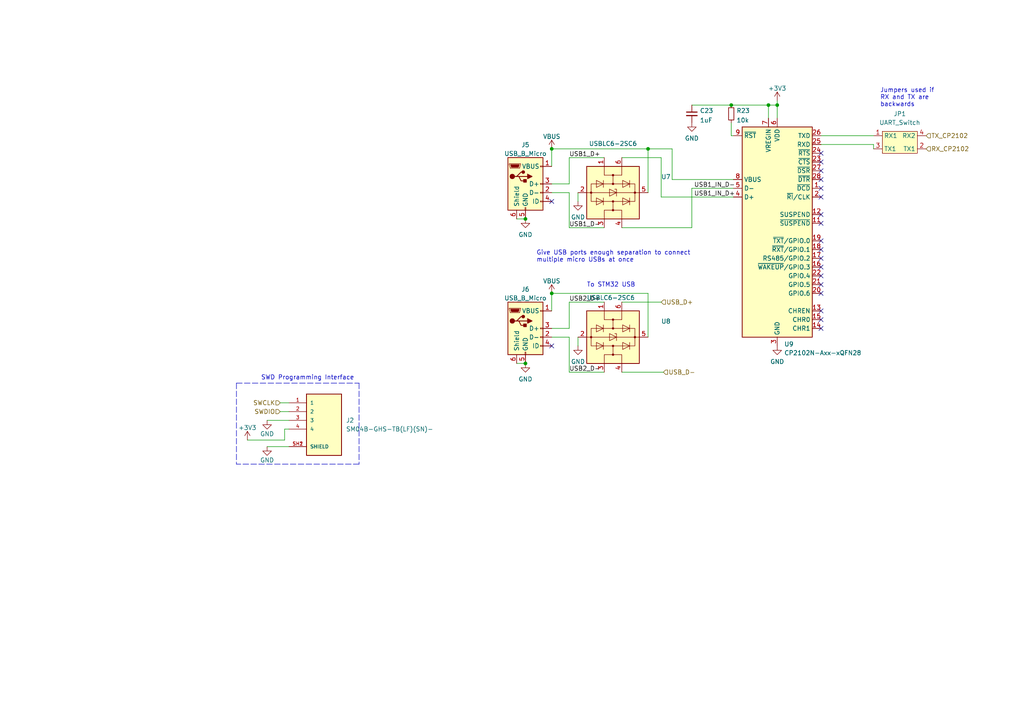
<source format=kicad_sch>
(kicad_sch (version 20211123) (generator eeschema)
  (paper "A4")
  (lib_symbols
    (symbol "Connector:USB_B_Micro" (pin_names (offset 1.016))
      (property "Reference" "J5" (at 0 11.3198 0))
      (property "Value" "USB_B_Micro" (at 0 8.7829 0))
      (symbol "USB_B_Micro_0_1"
        (rectangle (start -5.08 -7.62) (end 5.08 7.62) (stroke (width 0.254)) (fill (type background)))
        (circle (center -3.81 2.159) (radius 0.635) (stroke (width 0.254)) (fill (type outline)))
        (circle (center -0.635 3.429) (radius 0.381) (stroke (width 0.254)) (fill (type outline)))
        (rectangle (start -0.127 -7.62) (end 0.127 -6.858))
        (polyline (pts (xy -1.905 2.159) (xy 0.635 2.159)) (stroke (width 0.254)))
        (polyline (pts (xy -3.175 2.159) (xy -2.54 2.159) (xy -1.27 3.429) (xy -0.635 3.429)) (stroke (width 0.254)))
        (polyline (pts (xy -2.54 2.159) (xy -1.905 2.159) (xy -1.27 0.889) (xy 0 0.889)) (stroke (width 0.254)))
        (polyline (pts (xy 0.635 2.794) (xy 0.635 1.524) (xy 1.905 2.159) (xy 0.635 2.794)) (stroke (width 0.254)) (fill (type outline)))
        (polyline (pts (xy -4.318 5.588) (xy -1.778 5.588) (xy -2.032 4.826) (xy -4.064 4.826) (xy -4.318 5.588)) (fill (type outline)))
        (polyline (pts (xy -4.699 5.842) (xy -4.699 5.588) (xy -4.445 4.826) (xy -4.445 4.572) (xy -1.651 4.572) (xy -1.651 4.826) (xy -1.397 5.588) (xy -1.397 5.842) (xy -4.699 5.842)))
        (rectangle (start 0.254 1.27) (end -0.508 0.508) (stroke (width 0.254)) (fill (type outline)))
        (rectangle (start 5.08 -5.207) (end 4.318 -4.953))
        (rectangle (start 5.08 -2.667) (end 4.318 -2.413))
        (rectangle (start 5.08 -0.127) (end 4.318 0.127))
        (rectangle (start 5.08 4.953) (end 4.318 5.207))
      )
      (symbol "USB_B_Micro_1_1"
        (pin power_out line (at 7.62 5.08 180) (length 2.54) (name "VBUS") (number "1"))
        (pin bidirectional line (at 7.62 -2.54 180) (length 2.54) (name "D-") (number "2"))
        (pin bidirectional line (at 7.62 0 180) (length 2.54) (name "D+") (number "3"))
        (pin passive line (at 7.62 -5.08 180) (length 2.54) (name "ID") (number "4"))
        (pin passive line (at 0 -10.16 90) (length 2.54) (name "GND") (number "5"))
        (pin passive line (at -2.54 -10.16 90) (length 2.54) (name "Shield") (number "6"))
      )
    )
    (symbol "Device:C_Small" (pin_numbers hide) (pin_names (offset 0.254) hide)
      (property "Reference" "C" (at 0.254 1.778 0))
      (property "Value" "C_Small" (at 0.254 -2.032 0))
      (symbol "C_Small_0_1"
        (polyline (pts (xy -1.524 -0.508) (xy 1.524 -0.508)) (stroke (width 0.3302)))
        (polyline (pts (xy -1.524 0.508) (xy 1.524 0.508)) (stroke (width 0.3048)))
      )
      (symbol "C_Small_1_1"
        (pin passive line (at 0 2.54 270) (length 2.032) (name "~") (number "1"))
        (pin passive line (at 0 -2.54 90) (length 2.032) (name "~") (number "2"))
      )
    )
    (symbol "Device:R_Small" (pin_numbers hide) (pin_names (offset 0.254) hide)
      (property "Reference" "R" (at 0.762 0.508 0))
      (property "Value" "R_Small" (at 0.762 -1.016 0))
      (symbol "R_Small_0_1"
        (rectangle (start -0.762 1.778) (end 0.762 -1.778) (stroke (width 0.2032)))
      )
      (symbol "R_Small_1_1"
        (pin passive line (at 0 2.54 270) (length 0.762) (name "~") (number "1"))
        (pin passive line (at 0 -2.54 90) (length 0.762) (name "~") (number "2"))
      )
    )
    (symbol "Interface_USB:CP2102N-Axx-xQFN28"
      (property "Reference" "U" (at -8.89 31.75 0))
      (property "Value" "CP2102N-Axx-xQFN28" (at 12.7 31.75 0))
      (symbol "CP2102N-Axx-xQFN28_0_1"
        (rectangle (start -10.16 30.48) (end 10.16 -30.48) (stroke (width 0.254)) (fill (type background)))
      )
      (symbol "CP2102N-Axx-xQFN28_1_1"
        (pin input line (at 12.7 12.7 180) (length 2.54) (name "~{DCD}") (number "1"))
        (pin no_connect line (at -10.16 -27.94 0) (length 2.54) hide (name "NC") (number "10"))
        (pin output line (at 12.7 2.54 180) (length 2.54) (name "~{SUSPEND}") (number "11"))
        (pin output line (at 12.7 5.08 180) (length 2.54) (name "SUSPEND") (number "12"))
        (pin output line (at 12.7 -22.86 180) (length 2.54) (name "CHREN") (number "13"))
        (pin output line (at 12.7 -27.94 180) (length 2.54) (name "CHR1") (number "14"))
        (pin output line (at 12.7 -25.4 180) (length 2.54) (name "CHR0") (number "15"))
        (pin bidirectional line (at 12.7 -10.16 180) (length 2.54) (name "~{WAKEUP}/GPIO.3") (number "16"))
        (pin bidirectional line (at 12.7 -7.62 180) (length 2.54) (name "RS485/GPIO.2") (number "17"))
        (pin bidirectional line (at 12.7 -5.08 180) (length 2.54) (name "~{RXT}/GPIO.1") (number "18"))
        (pin bidirectional line (at 12.7 -2.54 180) (length 2.54) (name "~{TXT}/GPIO.0") (number "19"))
        (pin bidirectional line (at 12.7 10.16 180) (length 2.54) (name "~{RI}/CLK") (number "2"))
        (pin bidirectional line (at 12.7 -17.78 180) (length 2.54) (name "GPIO.6") (number "20"))
        (pin bidirectional line (at 12.7 -15.24 180) (length 2.54) (name "GPIO.5") (number "21"))
        (pin bidirectional line (at 12.7 -12.7 180) (length 2.54) (name "GPIO.4") (number "22"))
        (pin input line (at 12.7 20.32 180) (length 2.54) (name "~{CTS}") (number "23"))
        (pin output line (at 12.7 22.86 180) (length 2.54) (name "~{RTS}") (number "24"))
        (pin input line (at 12.7 25.4 180) (length 2.54) (name "RXD") (number "25"))
        (pin output line (at 12.7 27.94 180) (length 2.54) (name "TXD") (number "26"))
        (pin input line (at 12.7 17.78 180) (length 2.54) (name "~{DSR}") (number "27"))
        (pin output line (at 12.7 15.24 180) (length 2.54) (name "~{DTR}") (number "28"))
        (pin passive line (at 0 -33.02 90) (length 2.54) hide (name "GND") (number "29"))
        (pin power_in line (at 0 -33.02 90) (length 2.54) (name "GND") (number "3"))
        (pin bidirectional line (at -12.7 10.16 0) (length 2.54) (name "D+") (number "4"))
        (pin bidirectional line (at -12.7 12.7 0) (length 2.54) (name "D-") (number "5"))
        (pin power_in line (at 0 33.02 270) (length 2.54) (name "VDD") (number "6"))
        (pin power_in line (at -2.54 33.02 270) (length 2.54) (name "VREGIN") (number "7"))
        (pin input line (at -12.7 15.24 0) (length 2.54) (name "VBUS") (number "8"))
        (pin input line (at -12.7 27.94 0) (length 2.54) (name "~{RST}") (number "9"))
      )
    )
    (symbol "Power_Protection:USBLC6-2SC6" (pin_names hide)
      (property "Reference" "U" (at 2.54 8.89 0))
      (property "Value" "USBLC6-2SC6" (at 2.54 -8.89 0))
      (symbol "USBLC6-2SC6_0_1"
        (rectangle (start -7.62 -7.62) (end 7.62 7.62) (stroke (width 0.254)) (fill (type background)))
        (circle (center -5.08 0) (radius 0.254) (fill (type outline)))
        (circle (center -2.54 0) (radius 0.254) (fill (type outline)))
        (rectangle (start -2.54 6.35) (end 2.54 -6.35))
        (circle (center 0 -6.35) (radius 0.254) (fill (type outline)))
        (polyline (pts (xy -5.08 -2.54) (xy -7.62 -2.54)))
        (polyline (pts (xy -5.08 0) (xy -5.08 -2.54)))
        (polyline (pts (xy -5.08 2.54) (xy -7.62 2.54)))
        (polyline (pts (xy -1.524 -2.794) (xy -3.556 -2.794)))
        (polyline (pts (xy -1.524 4.826) (xy -3.556 4.826)))
        (polyline (pts (xy 0 -7.62) (xy 0 -6.35)))
        (polyline (pts (xy 0 -6.35) (xy 0 1.27)))
        (polyline (pts (xy 0 1.27) (xy 0 6.35)))
        (polyline (pts (xy 0 6.35) (xy 0 7.62)))
        (polyline (pts (xy 1.524 -2.794) (xy 3.556 -2.794)))
        (polyline (pts (xy 1.524 4.826) (xy 3.556 4.826)))
        (polyline (pts (xy 5.08 -2.54) (xy 7.62 -2.54)))
        (polyline (pts (xy 5.08 0) (xy 5.08 -2.54)))
        (polyline (pts (xy 5.08 2.54) (xy 7.62 2.54)))
        (polyline (pts (xy -2.54 0) (xy -5.08 0) (xy -5.08 2.54)))
        (polyline (pts (xy 2.54 0) (xy 5.08 0) (xy 5.08 2.54)))
        (polyline (pts (xy -3.556 -4.826) (xy -1.524 -4.826) (xy -2.54 -2.794) (xy -3.556 -4.826)))
        (polyline (pts (xy -3.556 2.794) (xy -1.524 2.794) (xy -2.54 4.826) (xy -3.556 2.794)))
        (polyline (pts (xy -1.016 -1.016) (xy 1.016 -1.016) (xy 0 1.016) (xy -1.016 -1.016)))
        (polyline (pts (xy 1.016 1.016) (xy 0.762 1.016) (xy -1.016 1.016) (xy -1.016 0.508)))
        (polyline (pts (xy 3.556 -4.826) (xy 1.524 -4.826) (xy 2.54 -2.794) (xy 3.556 -4.826)))
        (polyline (pts (xy 3.556 2.794) (xy 1.524 2.794) (xy 2.54 4.826) (xy 3.556 2.794)))
        (circle (center 0 6.35) (radius 0.254) (fill (type outline)))
        (circle (center 2.54 0) (radius 0.254) (fill (type outline)))
        (circle (center 5.08 0) (radius 0.254) (fill (type outline)))
      )
      (symbol "USBLC6-2SC6_1_1"
        (pin passive line (at -10.16 -2.54 0) (length 2.54) (name "I/O1") (number "1"))
        (pin passive line (at 0 -10.16 90) (length 2.54) (name "GND") (number "2"))
        (pin passive line (at 10.16 -2.54 180) (length 2.54) (name "I/O2") (number "3"))
        (pin passive line (at 10.16 2.54 180) (length 2.54) (name "I/O2") (number "4"))
        (pin passive line (at 0 10.16 270) (length 2.54) (name "VBUS") (number "5"))
        (pin passive line (at -10.16 2.54 0) (length 2.54) (name "I/O1") (number "6"))
      )
    )
    (symbol "SM04B-GHS-TB_LF__SN_-:SM04B-GHS-TB(LF)(SN)-" (pin_names (offset 1.016))
      (property "Reference" "J" (at -5.08 7.62 0))
      (property "Value" "SM04B-GHS-TB(LF)(SN)-" (at -5.08 -12.7254 0))
      (symbol "SM04B-GHS-TB(LF)(SN)-_0_0"
        (rectangle (start -5.08 -10.16) (end 5.08 7.62) (stroke (width 0.254)) (fill (type background)))
        (pin passive line (at -10.16 5.08 0) (length 5.08) (name "1") (number "1"))
        (pin passive line (at -10.16 2.54 0) (length 5.08) (name "2") (number "2"))
        (pin passive line (at -10.16 0 0) (length 5.08) (name "3") (number "3"))
        (pin passive line (at -10.16 -2.54 0) (length 5.08) (name "4") (number "4"))
        (pin power_in line (at -10.16 -7.62 0) (length 5.08) (name "SHIELD") (number "SH1"))
        (pin power_in line (at -10.16 -7.62 0) (length 5.08) (name "SHIELD") (number "SH2"))
      )
    )
    (symbol "UART_Switch:UART_Switch"
      (property "Reference" "JP" (at 0 5.08 0))
      (property "Value" "UART_Switch" (at 0 7.62 0))
      (symbol "UART_Switch_0_1"
        (rectangle (start -5.08 3.81) (end 5.08 -2.54) (fill (type background)))
      )
      (symbol "UART_Switch_1_1"
        (pin bidirectional line (at -7.62 2.54 0) (length 2.54) (name "RX1") (number "1"))
        (pin bidirectional line (at 7.62 -1.27 180) (length 2.54) (name "TX1") (number "2"))
        (pin bidirectional line (at -7.62 -1.27 0) (length 2.54) (name "TX1") (number "3"))
        (pin bidirectional line (at 7.62 2.54 180) (length 2.54) (name "RX2") (number "4"))
      )
    )
    (symbol "USB_B_Micro_1" (pin_names (offset 1.016))
      (property "Reference" "J6" (at 0 11.3198 0))
      (property "Value" "USB_B_Micro_1" (at 0 8.7829 0))
      (symbol "USB_B_Micro_1_0_1"
        (rectangle (start -5.08 -7.62) (end 5.08 7.62) (stroke (width 0.254)) (fill (type background)))
        (circle (center -3.81 2.159) (radius 0.635) (stroke (width 0.254)) (fill (type outline)))
        (circle (center -0.635 3.429) (radius 0.381) (stroke (width 0.254)) (fill (type outline)))
        (rectangle (start -0.127 -7.62) (end 0.127 -6.858))
        (polyline (pts (xy -1.905 2.159) (xy 0.635 2.159)) (stroke (width 0.254)))
        (polyline (pts (xy -3.175 2.159) (xy -2.54 2.159) (xy -1.27 3.429) (xy -0.635 3.429)) (stroke (width 0.254)))
        (polyline (pts (xy -2.54 2.159) (xy -1.905 2.159) (xy -1.27 0.889) (xy 0 0.889)) (stroke (width 0.254)))
        (polyline (pts (xy 0.635 2.794) (xy 0.635 1.524) (xy 1.905 2.159) (xy 0.635 2.794)) (stroke (width 0.254)) (fill (type outline)))
        (polyline (pts (xy -4.318 5.588) (xy -1.778 5.588) (xy -2.032 4.826) (xy -4.064 4.826) (xy -4.318 5.588)) (fill (type outline)))
        (polyline (pts (xy -4.699 5.842) (xy -4.699 5.588) (xy -4.445 4.826) (xy -4.445 4.572) (xy -1.651 4.572) (xy -1.651 4.826) (xy -1.397 5.588) (xy -1.397 5.842) (xy -4.699 5.842)))
        (rectangle (start 0.254 1.27) (end -0.508 0.508) (stroke (width 0.254)) (fill (type outline)))
        (rectangle (start 5.08 -5.207) (end 4.318 -4.953))
        (rectangle (start 5.08 -2.667) (end 4.318 -2.413))
        (rectangle (start 5.08 -0.127) (end 4.318 0.127))
        (rectangle (start 5.08 4.953) (end 4.318 5.207))
      )
      (symbol "USB_B_Micro_1_1_1"
        (pin passive line (at 7.62 5.08 180) (length 2.54) (name "VBUS") (number "1"))
        (pin bidirectional line (at 7.62 -2.54 180) (length 2.54) (name "D-") (number "2"))
        (pin bidirectional line (at 7.62 0 180) (length 2.54) (name "D+") (number "3"))
        (pin passive line (at 7.62 -5.08 180) (length 2.54) (name "ID") (number "4"))
        (pin power_out line (at 0 -10.16 90) (length 2.54) (name "GND") (number "5"))
        (pin passive line (at -2.54 -10.16 90) (length 2.54) (name "Shield") (number "6"))
      )
    )
    (symbol "power:+3.3V" (power) (pin_names (offset 0))
      (property "Value" "+3.3V" (at 0 3.556 0))
      (symbol "+3.3V_0_1"
        (polyline (pts (xy -0.762 1.27) (xy 0 2.54)))
        (polyline (pts (xy 0 0) (xy 0 2.54)))
        (polyline (pts (xy 0 2.54) (xy 0.762 1.27)))
      )
      (symbol "+3.3V_1_1"
        (pin power_in line (at 0 0 90) (length 0) hide (name "+3V3") (number "1"))
      )
    )
    (symbol "power:GND" (power) (pin_names (offset 0))
      (property "Value" "GND" (at 0 -3.81 0))
      (symbol "GND_0_1"
        (polyline (pts (xy 0 0) (xy 0 -1.27) (xy 1.27 -1.27) (xy 0 -2.54) (xy -1.27 -1.27) (xy 0 -1.27)))
      )
      (symbol "GND_1_1"
        (pin power_in line (at 0 0 270) (length 0) hide (name "GND") (number "1"))
      )
    )
    (symbol "power:VBUS" (power) (pin_names (offset 0))
      (property "Value" "VBUS" (at 0 3.81 0))
      (symbol "VBUS_0_1"
        (polyline (pts (xy -0.762 1.27) (xy 0 2.54)))
        (polyline (pts (xy 0 0) (xy 0 2.54)))
        (polyline (pts (xy 0 2.54) (xy 0.762 1.27)))
      )
      (symbol "VBUS_1_1"
        (pin power_in line (at 0 0 90) (length 0) hide (name "VBUS") (number "1"))
      )
    )
  )
  (junction (at 152.4 63.5))
  (junction (at 160.02 43.18))
  (junction (at 225.425 30.48))
  (junction (at 222.885 30.48))
  (junction (at 212.09 30.48))
  (junction (at 187.96 43.18))
  (junction (at 152.4 105.41))
  (junction (at 160.02 85.09))
  (no_connect (at 238.125 54.61))
  (no_connect (at 238.125 80.01))
  (no_connect (at 238.125 57.15))
  (no_connect (at 160.02 58.42))
  (no_connect (at 238.125 49.53))
  (no_connect (at 238.125 82.55))
  (no_connect (at 238.125 95.25))
  (no_connect (at 238.125 92.71))
  (no_connect (at 238.125 90.17))
  (no_connect (at 238.125 77.47))
  (no_connect (at 238.125 74.93))
  (no_connect (at 238.125 44.45))
  (no_connect (at 238.125 46.99))
  (no_connect (at 238.125 72.39))
  (no_connect (at 238.125 69.85))
  (no_connect (at 160.02 100.33))
  (no_connect (at 238.125 62.23))
  (no_connect (at 238.125 64.77))
  (no_connect (at 238.125 85.09))
  (no_connect (at 238.125 52.07))
  (wire (pts (xy 83.82 124.46) (xy 82.55 124.46)))
  (wire (pts (xy 200.66 30.48) (xy 212.09 30.48)))
  (wire (pts (xy 187.96 85.09) (xy 160.02 85.09)))
  (wire (pts (xy 149.86 63.5) (xy 152.4 63.5)))
  (polyline (pts (xy 68.58 111.125) (xy 104.14 111.125)))
  (wire (pts (xy 238.125 41.91) (xy 253.365 41.91)))
  (wire (pts (xy 160.02 85.09) (xy 160.02 90.17)))
  (wire (pts (xy 165.1 87.63) (xy 175.26 87.63)))
  (wire (pts (xy 180.34 107.95) (xy 192.405 107.95)))
  (polyline (pts (xy 68.58 111.125) (xy 68.58 134.62)))
  (wire (pts (xy 165.1 95.25) (xy 165.1 87.63)))
  (wire (pts (xy 180.34 87.63) (xy 191.77 87.63)))
  (wire (pts (xy 77.47 121.92) (xy 83.82 121.92)))
  (wire (pts (xy 194.945 52.07) (xy 194.945 43.18)))
  (wire (pts (xy 165.1 55.88) (xy 165.1 66.04)))
  (wire (pts (xy 165.1 66.04) (xy 175.26 66.04)))
  (wire (pts (xy 165.1 107.95) (xy 175.26 107.95)))
  (wire (pts (xy 82.55 127.635) (xy 71.755 127.635)))
  (wire (pts (xy 225.425 29.21) (xy 225.425 30.48)))
  (polyline (pts (xy 104.14 134.62) (xy 68.58 134.62)))
  (wire (pts (xy 167.64 97.79) (xy 167.64 100.33)))
  (wire (pts (xy 212.09 35.56) (xy 212.09 39.37)))
  (wire (pts (xy 253.365 41.91) (xy 253.365 43.18)))
  (wire (pts (xy 165.1 45.72) (xy 175.26 45.72)))
  (wire (pts (xy 77.47 129.54) (xy 83.82 129.54)))
  (wire (pts (xy 212.09 30.48) (xy 222.885 30.48)))
  (wire (pts (xy 212.09 39.37) (xy 212.725 39.37)))
  (wire (pts (xy 160.02 43.18) (xy 160.02 48.26)))
  (wire (pts (xy 191.77 57.15) (xy 212.725 57.15)))
  (wire (pts (xy 194.945 43.18) (xy 187.96 43.18)))
  (wire (pts (xy 187.96 85.09) (xy 187.96 97.79)))
  (wire (pts (xy 222.885 30.48) (xy 225.425 30.48)))
  (wire (pts (xy 180.34 45.72) (xy 191.77 45.72)))
  (wire (pts (xy 222.885 30.48) (xy 222.885 34.29)))
  (wire (pts (xy 225.425 30.48) (xy 225.425 34.29)))
  (wire (pts (xy 180.34 66.04) (xy 200.66 66.04)))
  (polyline (pts (xy 104.14 111.125) (xy 104.14 134.62)))
  (wire (pts (xy 191.77 45.72) (xy 191.77 57.15)))
  (wire (pts (xy 160.02 97.79) (xy 165.1 97.79)))
  (wire (pts (xy 194.945 52.07) (xy 212.725 52.07)))
  (wire (pts (xy 81.28 116.84) (xy 83.82 116.84)))
  (wire (pts (xy 165.1 53.34) (xy 165.1 45.72)))
  (wire (pts (xy 200.66 54.61) (xy 212.725 54.61)))
  (wire (pts (xy 81.28 119.38) (xy 83.82 119.38)))
  (wire (pts (xy 160.02 53.34) (xy 165.1 53.34)))
  (wire (pts (xy 82.55 124.46) (xy 82.55 127.635)))
  (wire (pts (xy 167.64 55.88) (xy 167.64 58.42)))
  (wire (pts (xy 160.02 95.25) (xy 165.1 95.25)))
  (wire (pts (xy 200.66 66.04) (xy 200.66 54.61)))
  (wire (pts (xy 160.02 55.88) (xy 165.1 55.88)))
  (wire (pts (xy 165.1 97.79) (xy 165.1 107.95)))
  (wire (pts (xy 149.86 105.41) (xy 152.4 105.41)))
  (wire (pts (xy 238.125 39.37) (xy 253.365 39.37)))
  (wire (pts (xy 187.96 43.18) (xy 160.02 43.18)))
  (wire (pts (xy 187.96 43.18) (xy 187.96 55.88)))
  (text "Jumpers used if\nRX and TX are \nbackwards" (at 255.27 31.115 0) (effects (font (size 1.27 1.27)) (justify left bottom)))
  (text "To STM32 USB" (at 170.18 83.439 0) (effects (font (size 1.27 1.27)) (justify left bottom)))
  (text "Give USB ports enough separation to connect \nmultiple micro USBs at once" (at 155.575 76.2 0) (effects (font (size 1.27 1.27)) (justify left bottom)))
  (text "SWD Programming Interface" (at 75.692 110.363 0) (effects (font (size 1.27 1.27)) (justify left bottom)))
  (label "USB2_D-" (at 165.1 107.95 0))
  (label "USB1_D-" (at 165.1 66.04 0))
  (label "USB2_D+" (at 165.1 87.63 0))
  (label "USB1_IN_D+" (at 201.295 57.15 0))
  (label "USB1_IN_D-" (at 201.295 54.61 0))
  (label "USB1_D+" (at 165.1 45.72 0))
  (hierarchical_label "SWCLK" (shape input) (at 81.28 116.84 180))
  (hierarchical_label "SWDIO" (shape input) (at 81.28 119.38 180))
  (hierarchical_label "USB_D-" (shape input) (at 192.405 107.95 0))
  (hierarchical_label "TX_CP2102" (shape input) (at 268.605 39.37 0))
  (hierarchical_label "RX_CP2102" (shape input) (at 268.605 43.18 0))
  (hierarchical_label "USB_D+" (shape input) (at 191.77 87.63 0))
  (symbol (lib_id "power:VBUS") (at 160.02 43.18 0) (unit 1)
    (property "Reference" "#PWR0155" (effects hide))
    (property "Value" "VBUS" (at 160.02 39.6042 0))
  )
  (symbol (lib_id "Device:C_Small") (at 200.66 33.02 0) (unit 1)
    (property "Reference" "C23" (at 202.9842 32.1115 0) (effects (justify left)))
    (property "Value" "1uF" (at 202.9842 34.8866 0) (effects (justify left)))
    (property "Footprint" "Capacitor_SMD:C_0603_1608Metric_Pad1.08x0.95mm_HandSolder" (effects hide))
  )
  (symbol (lib_id "Power_Protection:USBLC6-2SC6") (at 177.8 55.88 270) (unit 1)
    (property "Reference" "U7" (at 193.1557 51.2911 90))
    (property "Value" "USBLC6-2SC6" (at 177.8 41.656 90))
    (property "Footprint" "Package_TO_SOT_SMD:SOT-23-6" (effects hide))
    (property "Datasheet" "https://www.st.com/resource/en/datasheet/usblc6-2.pdf" (effects hide))
    (property "LCSC#" "C2687116" (effects hide))
  )
  (symbol (lib_id "power:GND") (at 77.47 121.92 0) (unit 1)
    (property "Reference" "#PWR0156" (effects hide))
    (property "Value" "GND" (at 77.47 125.8476 0))
  )
  (symbol (lib_id "power:GND") (at 167.64 100.33 0) (unit 1)
    (property "Reference" "#PWR0149" (effects hide))
    (property "Value" "GND" (at 167.64 104.8926 0))
  )
  (symbol (lib_id "power:GND") (at 77.47 129.54 0) (unit 1)
    (property "Reference" "#PWR0112" (effects hide))
    (property "Value" "GND" (at 77.47 133.4676 0))
  )
  (symbol (lib_id "Power_Protection:USBLC6-2SC6") (at 177.8 97.79 270) (unit 1)
    (property "Reference" "U8" (at 193.1557 93.2011 90))
    (property "Value" "USBLC6-2SC6" (at 177.165 86.36 90))
    (property "Footprint" "Package_TO_SOT_SMD:SOT-23-6" (effects hide))
    (property "Datasheet" "https://www.st.com/resource/en/datasheet/usblc6-2.pdf" (effects hide))
    (property "LCSC#" "C2687116" (effects hide))
  )
  (symbol (lib_id "power:GND") (at 200.66 35.56 0) (unit 1)
    (property "Reference" "#PWR0154" (effects hide))
    (property "Value" "GND" (at 200.66 40.1226 0))
  )
  (symbol (lib_id "Connector:USB_B_Micro") (at 152.4 53.34 0) (unit 1)
    (property "Reference" "J5" (at 152.4 42.0202 0))
    (property "Value" "USB_B_Micro" (at 152.4 44.5571 0))
    (property "Footprint" "Connector_USB:USB_Micro-B_Molex-105017-0001" (effects hide))
  )
  (symbol (lib_id "power:VBUS") (at 160.02 85.09 0) (unit 1)
    (property "Reference" "#PWR0151" (effects hide))
    (property "Value" "VBUS" (at 160.02 81.5142 0))
  )
  (symbol (lib_name "USB_B_Micro_1") (lib_id "Connector:USB_B_Micro") (at 152.4 95.25 0) (unit 1)
    (property "Reference" "J6" (at 152.4 83.9302 0))
    (property "Value" "USB_B_Micro" (at 152.4 86.4671 0))
    (property "Footprint" "Connector_USB:USB_Micro-B_Molex-105017-0001" (effects hide))
  )
  (symbol (lib_id "power:GND") (at 152.4 105.41 0) (unit 1)
    (property "Reference" "#PWR0150" (effects hide))
    (property "Value" "GND" (at 152.4 109.9726 0))
  )
  (symbol (lib_id "SM04B-GHS-TB_LF__SN_-:SM04B-GHS-TB(LF)(SN)-") (at 93.98 121.92 0) (unit 1)
    (property "Reference" "J2" (at 100.33 121.9199 0) (effects (justify left)))
    (property "Value" "SM04B-GHS-TB(LF)(SN)-" (at 100.33 124.4599 0) (effects (justify left)))
    (property "Footprint" "Footprints:JST_SM04B-GHS-TB(LF)(SN)-" (effects hide))
    (property "Datasheet" "https://datasheet.lcsc.com/lcsc/1810261120_JST-Sales-America-SM04B-GHS-TB-LF-SN_C189895.pdf" (effects hide))
    (property "LCSC#" "C189895" (effects hide))
  )
  (symbol (lib_id "power:GND") (at 225.425 100.33 0) (unit 1)
    (property "Reference" "#PWR0148" (effects hide))
    (property "Value" "GND" (at 225.425 104.8926 0))
  )
  (symbol (lib_id "UART_Switch:UART_Switch") (at 260.985 41.91 0) (unit 1)
    (property "Reference" "JP1" (at 260.985 33.02 0))
    (property "Value" "UART_Switch" (at 260.985 35.56 0))
    (property "Footprint" "Footprints:UART_Switch" (effects hide))
  )
  (symbol (lib_id "power:+3.3V") (at 71.755 127.635 0) (unit 1)
    (property "Reference" "#PWR0157" (effects hide))
    (property "Value" "+3.3V" (at 71.755 124.0592 0))
  )
  (symbol (lib_id "power:GND") (at 167.64 58.42 0) (unit 1)
    (property "Reference" "#PWR0152" (effects hide))
    (property "Value" "GND" (at 167.64 62.9826 0))
  )
  (symbol (lib_id "power:GND") (at 152.4 63.5 0) (unit 1)
    (property "Reference" "#PWR0153" (effects hide))
    (property "Value" "GND" (at 152.4 68.0626 0))
  )
  (symbol (lib_id "Interface_USB:CP2102N-Axx-xQFN28") (at 225.425 67.31 0) (unit 1)
    (property "Reference" "U9" (at 227.4444 99.8204 0) (effects (justify left)))
    (property "Value" "CP2102N-Axx-xQFN28" (at 227.4444 102.3573 0) (effects (justify left)))
    (property "Footprint" "Package_DFN_QFN:QFN-28-1EP_5x5mm_P0.5mm_EP3.35x3.35mm" (effects hide))
    (property "Datasheet" "https://www.silabs.com/documents/public/data-sheets/cp2102n-datasheet.pdf" (effects hide))
    (property "LCSC#" "C1550553" (effects hide))
  )
  (symbol (lib_id "Device:R_Small") (at 212.09 33.02 0) (unit 1)
    (property "Reference" "R23" (at 213.5887 32.1115 0) (effects (justify left)))
    (property "Value" "10k" (at 213.5887 34.8866 0) (effects (justify left)))
    (property "Footprint" "Resistor_SMD:R_0603_1608Metric" (effects hide))
  )
  (symbol (lib_id "power:+3.3V") (at 225.425 29.21 0) (unit 1)
    (property "Reference" "#PWR0147" (effects hide))
    (property "Value" "+3.3V" (at 225.425 25.6342 0))
  )
)
</source>
